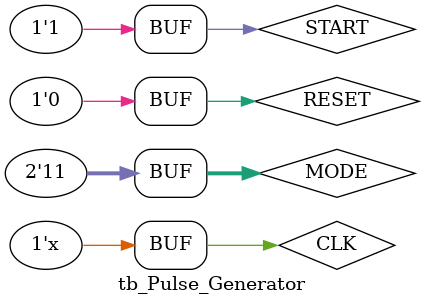
<source format=v>
`timescale 1ns / 1ps


module tb_Pulse_Generator();


reg CLK = 0;
reg [1:0] MODE = 0;
reg START = 0;
reg RESET = 0;

wire PULSE; 


Pulse_Generator uut (CLK, MODE, START, RESET, PULSE);

always #5 CLK = ~CLK; // 100MHz

initial begin
//start typing inputs here

MODE = 2'b11;
RESET = 0;
START = 1; 


//#1500000000 // 1.5 billion = 1.5 seconds
//RESET = 1;

//#300000000 // 300,000,000 = 0.3 seconds later
//RESET = 0;

end



endmodule

</source>
